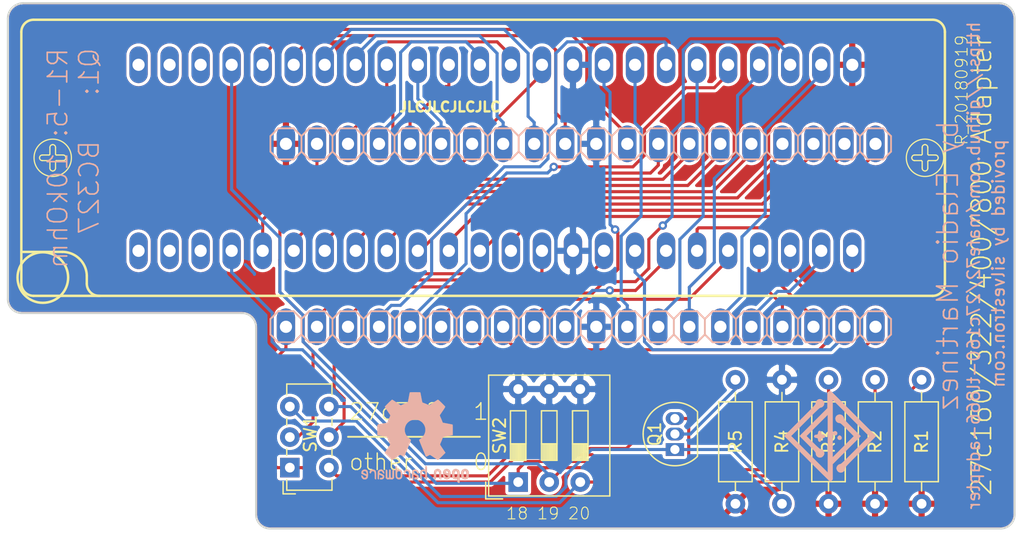
<source format=kicad_pcb>
(kicad_pcb (version 20171130) (host pcbnew "(5.1.4)-1")
  (title_block (date 2018-09-19) (comment 4 R_20180919))
  (layers (0 Top signal) (31 Bottom signal) (34 B.Paste user) (35 F.Paste user) (36 B.SilkS user) (37 F.SilkS user) (38 B.Mask user) (39 F.Mask user) (44 Edge.Cuts user))
  (net 0 "")
  (net 1 GND)
  (net 2 VCC)
  (net 3 /N$4)
  (net 4 /VPP)
  (net 5 /N$1)
  (net 6 /A20)
  (net 7 /A19)
  (net 8 /A18)
  (net 9 /N$2)
  (net 10 /N$6)
  (net 11 /N$5)
  (net 12 /E)
  (net 13 /D15)
  (net 14 /D14)
  (net 15 /D13)
  (net 16 /D12)
  (net 17 /D11)
  (net 18 /D10)
  (net 19 /D9)
  (net 20 /D8)
  (net 21 /D7)
  (net 22 /D6)
  (net 23 /D5)
  (net 24 /D4)
  (net 25 /D3)
  (net 26 /D2)
  (net 27 /D1)
  (net 28 /D0)
  (net 29 /A0)
  (net 30 /A1)
  (net 31 /A2)
  (net 32 /A3)
  (net 33 /A4)
  (net 34 /A5)
  (net 35 /A6)
  (net 36 /A7)
  (net 37 /A8)
  (net 38 /A9)
  (net 39 /A10)
  (net 40 /A11)
  (net 41 /A12)
  (net 42 /A13)
  (net 43 /A14)
  (net 44 /A15)
  (net 45 /A16)
  (net 46 /A17)
  (net 47 "Net-(ZX1-Pad1)")
  (net 48 "Net-(ZX1-Pad2)")
  (net 49 "Net-(ZX1-Pad3)")
  (net 50 "Net-(ZX1-Pad46)")
  (net 51 "Net-(ZX1-Pad47)")
  (net 52 "Net-(ZX1-Pad48)")
  (module Resistor_THT:R_Axial_DIN0207_L6.3mm_D2.5mm_P10.16mm_Horizontal (layer Top) (at 174.498 114.3 270)
    (fp_text reference R3 (at 5.08 0 90) (layer F.SilkS))
    (fp_text value 10k)
    (pad 2 thru_hole oval (at 10.16 0 270) (size 1.6 1.6) (drill 0.8) (layers *.Cu *.Mask) (net 2 VCC))
    (pad 1 thru_hole circle (at 0 0 270) (size 1.6 1.6) (drill 0.8) (layers *.Cu *.Mask) (net 8 /A18))
  )
  (module Package_TO_SOT_THT:TO-92_Inline (layer Top) (at 161.925 120.015 90)
    (fp_text reference Q1 (at 1.27 -1.651 90) (layer F.SilkS))
    (fp_text value BC327)
    (pad 1 thru_hole rect (at 0 0 90) (size 1.05 1.5) (drill 0.75) (layers *.Cu *.Mask) (net 3 /N$4))
    (pad 3 thru_hole oval (at 2.54 0 90) (size 1.05 1.5) (drill 0.75) (layers *.Cu *.Mask) (net 4 /VPP))
    (pad 2 thru_hole oval (at 1.27 0 90) (size 1.05 1.5) (drill 0.75) (layers *.Cu *.Mask) (net 5 /N$1))
  )
  (module Resistor_THT:R_Axial_DIN0207_L6.3mm_D2.5mm_P10.16mm_Horizontal (layer Top) (at 178.308 114.3 270)
    (fp_text reference R2 (at 5.08 0 90) (layer F.SilkS))
    (fp_text value 10k)
    (pad 2 thru_hole oval (at 10.16 0 270) (size 1.6 1.6) (drill 0.8) (layers *.Cu *.Mask) (net 2 VCC))
    (pad 1 thru_hole circle (at 0 0 270) (size 1.6 1.6) (drill 0.8) (layers *.Cu *.Mask) (net 7 /A19))
  )
  (module Resistor_THT:R_Axial_DIN0207_L6.3mm_D2.5mm_P10.16mm_Horizontal (layer Top) (at 182.118 114.3 270)
    (fp_text reference R1 (at 5.08 0 90) (layer F.SilkS))
    (fp_text value 10k)
    (pad 2 thru_hole oval (at 10.16 0 270) (size 1.6 1.6) (drill 0.8) (layers *.Cu *.Mask) (net 2 VCC))
    (pad 1 thru_hole circle (at 0 0 270) (size 1.6 1.6) (drill 0.8) (layers *.Cu *.Mask) (net 6 /A20))
  )
  (module Resistor_THT:R_Axial_DIN0207_L6.3mm_D2.5mm_P10.16mm_Horizontal (layer Top) (at 170.688 124.46 90)
    (fp_text reference R4 (at 5.08 0 90) (layer F.SilkS))
    (fp_text value 10k)
    (pad 2 thru_hole oval (at 10.16 0 90) (size 1.6 1.6) (drill 0.8) (layers *.Cu *.Mask) (net 1 GND))
    (pad 1 thru_hole circle (at 0 0 90) (size 1.6 1.6) (drill 0.8) (layers *.Cu *.Mask) (net 3 /N$4))
  )
  (module Resistor_THT:R_Axial_DIN0207_L6.3mm_D2.5mm_P10.16mm_Horizontal (layer Top) (at 166.878 124.46 90)
    (fp_text reference R5 (at 5.08 0 90) (layer F.SilkS))
    (fp_text value 10k)
    (pad 2 thru_hole oval (at 10.16 0 90) (size 1.6 1.6) (drill 0.8) (layers *.Cu *.Mask) (net 5 /N$1))
    (pad 1 thru_hole circle (at 0 0 90) (size 1.6 1.6) (drill 0.8) (layers *.Cu *.Mask) (net 2 VCC))
  )
  (module Silvestron_Components:logo_silvestron_7.5mm (layer Bottom) (at 174.625 118.9355)
    (fp_text reference G*** hide)
    (fp_text value LOGO hide)
  )
  (module Button_Switch_THT:SW_DIP_SPSTx03_Slide_9.78x9.8mm_W7.62mm_P2.54mm (layer Top) (at 149.098 122.682 90)
    (fp_text reference SW2 (at 3.81 -1.524 90) (layer F.SilkS))
    (fp_text value SW_DIP_x03)
    (pad 6 thru_hole oval (at 7.62 0 90) (size 1.6 1.6) (drill 0.8) (layers *.Cu *.Mask) (net 1 GND))
    (pad 3 thru_hole oval (at 0 5.08 90) (size 1.6 1.6) (drill 0.8) (layers *.Cu *.Mask) (net 6 /A20))
    (pad 5 thru_hole oval (at 7.62 2.54 90) (size 1.6 1.6) (drill 0.8) (layers *.Cu *.Mask) (net 1 GND))
    (pad 2 thru_hole oval (at 0 2.54 90) (size 1.6 1.6) (drill 0.8) (layers *.Cu *.Mask) (net 7 /A19))
    (pad 4 thru_hole oval (at 7.62 5.08 90) (size 1.6 1.6) (drill 0.8) (layers *.Cu *.Mask) (net 1 GND))
    (pad 1 thru_hole rect (at 0 0 90) (size 1.6 1.6) (drill 0.8) (layers *.Cu *.Mask) (net 8 /A18))
  )
  (module Button_Switch_THT:SW_E-Switch_EG1271_DPDT (layer Top) (at 130.404 121.499 90)
    (fp_text reference SW1 (at 2.754 1.676 90) (layer F.SilkS))
    (fp_text value MS22D16)
    (pad 6 thru_hole circle (at 5 3.2 90) (size 1.6 1.6) (drill 0.8) (layers *.Cu *.Mask) (net 3 /N$4))
    (pad 5 thru_hole circle (at 2.5 3.2 90) (size 1.6 1.6) (drill 0.8) (layers *.Cu *.Mask) (net 10 /N$6))
    (pad 4 thru_hole circle (at 0 3.2 90) (size 1.6 1.6) (drill 0.8) (layers *.Cu *.Mask) (net 11 /N$5))
    (pad 3 thru_hole circle (at 5 0 90) (size 1.6 1.6) (drill 0.8) (layers *.Cu *.Mask) (net 6 /A20))
    (pad 2 thru_hole circle (at 2.5 0 90) (size 1.6 1.6) (drill 0.8) (layers *.Cu *.Mask) (net 9 /N$2))
    (pad 1 thru_hole rect (at 0 0 90) (size 1.6 1.6) (drill 0.8) (layers *.Cu *.Mask) (net 4 /VPP))
  )
  (module 27C4002 (layer Top) (at 152.946 102.464)
    (fp_text reference U1 hide)
    (fp_text value 27C4002 hide)
    (pad 1 thru_hole oval (at -22.86 7.495 90) (size 3 1.5) (drill 1) (layers *.Cu *.Mask) (net 4 /VPP))
    (pad 2 thru_hole oval (at -20.32 7.495 90) (size 3 1.5) (drill 1) (layers *.Cu *.Mask) (net 12 /E))
    (pad 3 thru_hole oval (at -17.78 7.495 90) (size 3 1.5) (drill 1) (layers *.Cu *.Mask) (net 13 /D15))
    (pad 4 thru_hole oval (at -15.24 7.495 90) (size 3 1.5) (drill 1) (layers *.Cu *.Mask) (net 14 /D14))
    (pad 5 thru_hole oval (at -12.7 7.495 90) (size 3 1.5) (drill 1) (layers *.Cu *.Mask) (net 15 /D13))
    (pad 6 thru_hole oval (at -10.16 7.495 90) (size 3 1.5) (drill 1) (layers *.Cu *.Mask) (net 16 /D12))
    (pad 7 thru_hole oval (at -7.62 7.495 90) (size 3 1.5) (drill 1) (layers *.Cu *.Mask) (net 17 /D11))
    (pad 8 thru_hole oval (at -5.08 7.495 90) (size 3 1.5) (drill 1) (layers *.Cu *.Mask) (net 18 /D10))
    (pad 9 thru_hole oval (at -2.54 7.495 90) (size 3 1.5) (drill 1) (layers *.Cu *.Mask) (net 19 /D9))
    (pad 10 thru_hole oval (at 0 7.495 90) (size 3 1.5) (drill 1) (layers *.Cu *.Mask) (net 20 /D8))
    (pad 11 thru_hole oval (at 2.54 7.495 90) (size 3 1.5) (drill 1) (layers *.Cu *.Mask) (net 1 GND))
    (pad 12 thru_hole oval (at 5.08 7.495 90) (size 3 1.5) (drill 1) (layers *.Cu *.Mask) (net 21 /D7))
    (pad 13 thru_hole oval (at 7.62 7.495 90) (size 3 1.5) (drill 1) (layers *.Cu *.Mask) (net 22 /D6))
    (pad 14 thru_hole oval (at 10.16 7.495 90) (size 3 1.5) (drill 1) (layers *.Cu *.Mask) (net 23 /D5))
    (pad 15 thru_hole oval (at 12.7 7.495 90) (size 3 1.5) (drill 1) (layers *.Cu *.Mask) (net 24 /D4))
    (pad 16 thru_hole oval (at 15.24 7.495 90) (size 3 1.5) (drill 1) (layers *.Cu *.Mask) (net 25 /D3))
    (pad 17 thru_hole oval (at 17.78 7.495 90) (size 3 1.5) (drill 1) (layers *.Cu *.Mask) (net 26 /D2))
    (pad 18 thru_hole oval (at 20.32 7.495 90) (size 3 1.5) (drill 1) (layers *.Cu *.Mask) (net 27 /D1))
    (pad 19 thru_hole oval (at 22.86 7.495 90) (size 3 1.5) (drill 1) (layers *.Cu *.Mask) (net 28 /D0))
    (pad 20 thru_hole oval (at 25.4 7.495 90) (size 3 1.5) (drill 1) (layers *.Cu *.Mask) (net 11 /N$5))
    (pad 21 thru_hole oval (at 25.4 -7.495 90) (size 3 1.5) (drill 1) (layers *.Cu *.Mask) (net 29 /A0))
    (pad 22 thru_hole oval (at 22.86 -7.495 270) (size 3 1.5) (drill 1) (layers *.Cu *.Mask) (net 30 /A1))
    (pad 23 thru_hole oval (at 20.32 -7.495 270) (size 3 1.5) (drill 1) (layers *.Cu *.Mask) (net 31 /A2))
    (pad 24 thru_hole oval (at 17.78 -7.495 270) (size 3 1.5) (drill 1) (layers *.Cu *.Mask) (net 32 /A3))
    (pad 25 thru_hole oval (at 15.24 -7.495 270) (size 3 1.5) (drill 1) (layers *.Cu *.Mask) (net 33 /A4))
    (pad 26 thru_hole oval (at 12.7 -7.495 270) (size 3 1.5) (drill 1) (layers *.Cu *.Mask) (net 34 /A5))
    (pad 27 thru_hole oval (at 10.16 -7.495 270) (size 3 1.5) (drill 1) (layers *.Cu *.Mask) (net 35 /A6))
    (pad 28 thru_hole oval (at 7.62 -7.495 270) (size 3 1.5) (drill 1) (layers *.Cu *.Mask) (net 36 /A7))
    (pad 29 thru_hole oval (at 5.08 -7.495 270) (size 3 1.5) (drill 1) (layers *.Cu *.Mask) (net 37 /A8))
    (pad 30 thru_hole oval (at 2.54 -7.495 270) (size 3 1.5) (drill 1) (layers *.Cu *.Mask) (net 1 GND))
    (pad 31 thru_hole oval (at 0 -7.495 270) (size 3 1.5) (drill 1) (layers *.Cu *.Mask) (net 38 /A9))
    (pad 32 thru_hole oval (at -2.54 -7.495 270) (size 3 1.5) (drill 1) (layers *.Cu *.Mask) (net 39 /A10))
    (pad 33 thru_hole oval (at -5.08 -7.495 270) (size 3 1.5) (drill 1) (layers *.Cu *.Mask) (net 40 /A11))
    (pad 34 thru_hole oval (at -7.62 -7.495 270) (size 3 1.5) (drill 1) (layers *.Cu *.Mask) (net 41 /A12))
    (pad 35 thru_hole oval (at -10.16 -7.495 270) (size 3 1.5) (drill 1) (layers *.Cu *.Mask) (net 42 /A13))
    (pad 36 thru_hole oval (at -12.7 -7.495 90) (size 3 1.5) (drill 1) (layers *.Cu *.Mask) (net 43 /A14))
    (pad 37 thru_hole oval (at -15.24 -7.495 270) (size 3 1.5) (drill 1) (layers *.Cu *.Mask) (net 44 /A15))
    (pad 38 thru_hole oval (at -17.78 -7.495 270) (size 3 1.5) (drill 1) (layers *.Cu *.Mask) (net 45 /A16))
    (pad 39 thru_hole oval (at -20.32 -7.495 270) (size 3 1.5) (drill 1) (layers *.Cu *.Mask) (net 46 /A17))
    (pad 40 thru_hole oval (at -22.86 -7.495 270) (size 3 1.5) (drill 1) (layers *.Cu *.Mask) (net 2 VCC))
  )
  (module 3M_248-3345 (layer Top) (at 150.406 96.1136)
    (fp_text reference ZX1 hide)
    (fp_text value 3M_248-3345 hide)
    (pad 1 thru_hole oval (at -32.385 7.62 90) (size 3 1.5) (drill 1) (layers *.Cu *.Mask) (net 47 "Net-(ZX1-Pad1)"))
    (pad 2 thru_hole oval (at -29.845 7.62 90) (size 3 1.5) (drill 1) (layers *.Cu *.Mask) (net 48 "Net-(ZX1-Pad2)"))
    (pad 3 thru_hole oval (at -27.305 7.62 90) (size 3 1.5) (drill 1) (layers *.Cu *.Mask) (net 49 "Net-(ZX1-Pad3)"))
    (pad 4 thru_hole oval (at -24.765 7.62 90) (size 3 1.5) (drill 1) (layers *.Cu *.Mask) (net 8 /A18))
    (pad 5 thru_hole oval (at -22.225 7.62 90) (size 3 1.5) (drill 1) (layers *.Cu *.Mask) (net 46 /A17))
    (pad 6 thru_hole oval (at -19.685 7.62 90) (size 3 1.5) (drill 1) (layers *.Cu *.Mask) (net 36 /A7))
    (pad 7 thru_hole oval (at -17.145 7.62 90) (size 3 1.5) (drill 1) (layers *.Cu *.Mask) (net 35 /A6))
    (pad 8 thru_hole oval (at -14.605 7.62 90) (size 3 1.5) (drill 1) (layers *.Cu *.Mask) (net 34 /A5))
    (pad 9 thru_hole oval (at -12.065 7.62 90) (size 3 1.5) (drill 1) (layers *.Cu *.Mask) (net 33 /A4))
    (pad 10 thru_hole oval (at -9.525 7.62 90) (size 3 1.5) (drill 1) (layers *.Cu *.Mask) (net 32 /A3))
    (pad 11 thru_hole oval (at -6.985 7.62 90) (size 3 1.5) (drill 1) (layers *.Cu *.Mask) (net 31 /A2))
    (pad 12 thru_hole oval (at -4.445 7.62 90) (size 3 1.5) (drill 1) (layers *.Cu *.Mask) (net 30 /A1))
    (pad 13 thru_hole oval (at -1.905 7.62 90) (size 3 1.5) (drill 1) (layers *.Cu *.Mask) (net 29 /A0))
    (pad 14 thru_hole oval (at 0.635 7.62 90) (size 3 1.5) (drill 1) (layers *.Cu *.Mask) (net 12 /E))
    (pad 15 thru_hole oval (at 3.175 7.62 90) (size 3 1.5) (drill 1) (layers *.Cu *.Mask) (net 1 GND))
    (pad 16 thru_hole oval (at 5.715 7.62 90) (size 3 1.5) (drill 1) (layers *.Cu *.Mask) (net 10 /N$6))
    (pad 17 thru_hole oval (at 8.255 7.62 90) (size 3 1.5) (drill 1) (layers *.Cu *.Mask) (net 28 /D0))
    (pad 18 thru_hole oval (at 10.795 7.62 90) (size 3 1.5) (drill 1) (layers *.Cu *.Mask) (net 20 /D8))
    (pad 19 thru_hole oval (at 13.335 7.62 90) (size 3 1.5) (drill 1) (layers *.Cu *.Mask) (net 27 /D1))
    (pad 20 thru_hole oval (at 15.875 7.62 90) (size 3 1.5) (drill 1) (layers *.Cu *.Mask) (net 19 /D9))
    (pad 21 thru_hole oval (at 18.415 7.62 90) (size 3 1.5) (drill 1) (layers *.Cu *.Mask) (net 26 /D2))
    (pad 22 thru_hole oval (at 20.955 7.62 90) (size 3 1.5) (drill 1) (layers *.Cu *.Mask) (net 18 /D10))
    (pad 23 thru_hole oval (at 23.495 7.62 90) (size 3 1.5) (drill 1) (layers *.Cu *.Mask) (net 25 /D3))
    (pad 24 thru_hole oval (at 26.035 7.62 90) (size 3 1.5) (drill 1) (layers *.Cu *.Mask) (net 17 /D11))
    (pad 25 thru_hole oval (at 26.035 -7.62 90) (size 3 1.5) (drill 1) (layers *.Cu *.Mask) (net 2 VCC))
    (pad 26 thru_hole oval (at 23.495 -7.62 90) (size 3 1.5) (drill 1) (layers *.Cu *.Mask) (net 24 /D4))
    (pad 27 thru_hole oval (at 20.955 -7.62 90) (size 3 1.5) (drill 1) (layers *.Cu *.Mask) (net 16 /D12))
    (pad 28 thru_hole oval (at 18.415 -7.62 90) (size 3 1.5) (drill 1) (layers *.Cu *.Mask) (net 23 /D5))
    (pad 29 thru_hole oval (at 15.875 -7.62 90) (size 3 1.5) (drill 1) (layers *.Cu *.Mask) (net 15 /D13))
    (pad 30 thru_hole oval (at 13.335 -7.62 90) (size 3 1.5) (drill 1) (layers *.Cu *.Mask) (net 22 /D6))
    (pad 31 thru_hole oval (at 10.795 -7.62 90) (size 3 1.5) (drill 1) (layers *.Cu *.Mask) (net 14 /D14))
    (pad 32 thru_hole oval (at 8.255 -7.62 90) (size 3 1.5) (drill 1) (layers *.Cu *.Mask) (net 21 /D7))
    (pad 33 thru_hole oval (at 5.715 -7.62 90) (size 3 1.5) (drill 1) (layers *.Cu *.Mask) (net 13 /D15))
    (pad 34 thru_hole oval (at 3.175 -7.62 90) (size 3 1.5) (drill 1) (layers *.Cu *.Mask) (net 1 GND))
    (pad 35 thru_hole oval (at 0.635 -7.62 90) (size 3 1.5) (drill 1) (layers *.Cu *.Mask) (net 9 /N$2))
    (pad 36 thru_hole oval (at -1.905 -7.62 90) (size 3 1.5) (drill 1) (layers *.Cu *.Mask) (net 45 /A16))
    (pad 37 thru_hole oval (at -4.445 -7.62 90) (size 3 1.5) (drill 1) (layers *.Cu *.Mask) (net 44 /A15))
    (pad 38 thru_hole oval (at -6.985 -7.62 90) (size 3 1.5) (drill 1) (layers *.Cu *.Mask) (net 43 /A14))
    (pad 39 thru_hole oval (at -9.525 -7.62 90) (size 3 1.5) (drill 1) (layers *.Cu *.Mask) (net 42 /A13))
    (pad 40 thru_hole oval (at -12.065 -7.62 90) (size 3 1.5) (drill 1) (layers *.Cu *.Mask) (net 41 /A12))
    (pad 41 thru_hole oval (at -14.605 -7.62 90) (size 3 1.5) (drill 1) (layers *.Cu *.Mask) (net 40 /A11))
    (pad 42 thru_hole oval (at -17.145 -7.62 90) (size 3 1.5) (drill 1) (layers *.Cu *.Mask) (net 39 /A10))
    (pad 43 thru_hole oval (at -19.685 -7.62 90) (size 3 1.5) (drill 1) (layers *.Cu *.Mask) (net 38 /A9))
    (pad 44 thru_hole oval (at -22.225 -7.62 90) (size 3 1.5) (drill 1) (layers *.Cu *.Mask) (net 37 /A8))
    (pad 45 thru_hole oval (at -24.765 -7.62 90) (size 3 1.5) (drill 1) (layers *.Cu *.Mask) (net 7 /A19))
    (pad 46 thru_hole oval (at -27.305 -7.62 90) (size 3 1.5) (drill 1) (layers *.Cu *.Mask) (net 50 "Net-(ZX1-Pad46)"))
    (pad 47 thru_hole oval (at -29.845 -7.62 90) (size 3 1.5) (drill 1) (layers *.Cu *.Mask) (net 51 "Net-(ZX1-Pad47)"))
    (pad 48 thru_hole oval (at -32.385 -7.62 90) (size 3 1.5) (drill 1) (layers *.Cu *.Mask) (net 52 "Net-(ZX1-Pad48)"))
  )
  (module Symbol:OSHW-Logo2_9.8x8mm_SilkScreen (layer Bottom) (at 140.65504 119.02948 180)
    (fp_text reference REF01 hide)
    (fp_text value OSHW-Logo2_9.8x8mm_SilkScreen hide)
  )
  (gr_text JLCJLCJLCJLC (at 143.51 91.948) (layer F.SilkS) (effects (font (size 0.8 0.8) (thickness 0.2))))
  (gr_text "provided by silvestron.com" (at 188.4045 104.775 90) (layer B.SilkS) (effects (font (size 1 1)) (justify mirror)))
  (gr_text R_20180919 (at 185.96356 95.15077 90) (layer F.SilkS) (effects (font (size 0.9652 0.9652) (thickness 0.08128)) (justify left bottom)))
  (gr_arc (start 108.585 84.709) (end 107.315 84.709) (angle 90) (layer Edge.Cuts) (width 0.15))
  (gr_line (start 107.315 107.696) (end 107.315 84.709) (layer Edge.Cuts) (width 0.15))
  (gr_arc (start 188.595 125.349) (end 189.738 125.349) (angle 90) (layer Edge.Cuts) (width 0.15))
  (gr_arc (start 108.458 107.696) (end 108.458 108.839) (angle 90) (layer Edge.Cuts) (width 0.15))
  (gr_line (start 126.492 108.839) (end 108.458 108.839) (layer Edge.Cuts) (width 0.15))
  (gr_arc (start 126.492 109.982) (end 126.492 108.839) (angle 90) (layer Edge.Cuts) (width 0.15))
  (gr_line (start 127.635 125.349) (end 127.635 109.982) (layer Edge.Cuts) (width 0.15))
  (gr_arc (start 128.778 125.349) (end 128.778 126.492) (angle 90) (layer Edge.Cuts) (width 0.15))
  (gr_line (start 188.595 126.492) (end 128.778 126.492) (layer Edge.Cuts) (width 0.15))
  (gr_line (start 189.738 84.709) (end 189.738 125.349) (layer Edge.Cuts) (width 0.15))
  (gr_arc (start 188.468 84.709) (end 188.468 83.439) (angle 90) (layer Edge.Cuts) (width 0.15))
  (gr_line (start 108.585 83.439) (end 188.468 83.439) (layer Edge.Cuts) (width 0.15))
  (gr_text "27c160/322/400/800 Adapter" (at 187.96 123.916004 90) (layer F.SilkS) (effects (font (size 1.59258 1.59258) (thickness 0.134112)) (justify left bottom)))
  (gr_text 18 (at 149.987 124.6886) (layer F.SilkS) (effects (font (size 0.9652 0.9652) (thickness 0.08128)) (justify right top)))
  (gr_text 19 (at 152.527 124.6886) (layer F.SilkS) (effects (font (size 0.9652 0.9652) (thickness 0.08128)) (justify right top)))
  (gr_text 20 (at 155.067 124.6886) (layer F.SilkS) (effects (font (size 0.9652 0.9652) (thickness 0.08128)) (justify right top)))
  (gr_line (start 135.1661 118.9736) (end 145.9611 118.9736) (layer F.SilkS) (width 0.15))
  (gr_text 27c322 (at 135.1661 117.7036) (layer F.SilkS) (effects (font (size 1.35128 1.35128) (thickness 0.113792)) (justify left bottom)))
  (gr_text other (at 135.1661 120.2436) (layer F.SilkS) (effects (font (size 1.35128 1.35128) (thickness 0.113792)) (justify left top)))
  (gr_text 1 (at 145.3261 117.7036) (layer F.SilkS) (effects (font (size 1.35128 1.35128) (thickness 0.113792)) (justify left bottom)))
  (gr_text 0 (at 145.3261 120.2436) (layer F.SilkS) (effects (font (size 1.35128 1.35128) (thickness 0.113792)) (justify left top)))
  (gr_text "R1-5: 10kOhm\nQ1:   BC327" (at 114.90452 87.009405 90) (layer B.SilkS) (effects (font (size 1.59258 1.59258) (thickness 0.134112)) (justify left bottom mirror)))
  (gr_text https://github.com/mafe72/27c160-tl866-adapter (at 185.801 125.01281 90) (layer B.SilkS) (effects (font (size 1 1) (thickness 0.14224)) (justify right top mirror)))
  (gr_text "by Eladio Martinez" (at 183.27116 116.940753 90) (layer B.SilkS) (effects (font (size 1.6891 1.6891) (thickness 0.14224)) (justify right top mirror)))
  (segment (start 127.508 105.6006) (end 126.77201 104.86461) (width 0.254) (layer Bottom) (net 0))
  (segment (start 127.508 105.664) (end 127.508 105.6006) (width 0.254) (layer Bottom) (net 0))
  (segment (start 176.441 88.4936) (end 176.441 88.8043) (width 0.25) (layer Bottom) (net 2))
  (segment (start 166.624 120.015) (end 161.925 120.015) (width 0.254) (layer Bottom) (net 3))
  (segment (start 170.688 124.079) (end 166.624 120.015) (width 0.254) (layer Bottom) (net 3))
  (segment (start 160.921 120.015) (end 161.925 120.015) (width 0.254) (layer Bottom) (net 3))
  (segment (start 155.097118 120.015) (end 160.921 120.015) (width 0.254) (layer Bottom) (net 3))
  (segment (start 152.996999 122.115119) (end 155.097118 120.015) (width 0.254) (layer Bottom) (net 3))
  (segment (start 152.996999 123.070883) (end 152.996999 122.115119) (width 0.254) (layer Bottom) (net 3))
  (segment (start 152.204881 123.863001) (end 152.996999 123.070883) (width 0.254) (layer Bottom) (net 3))
  (segment (start 142.743644 123.863001) (end 152.204881 123.863001) (width 0.254) (layer Bottom) (net 3))
  (segment (start 135.379643 116.499) (end 142.743644 123.863001) (width 0.254) (layer Bottom) (net 3))
  (segment (start 133.604 116.499) (end 135.379643 116.499) (width 0.254) (layer Bottom) (net 3))
  (segment (start 162.929 117.475) (end 161.925 117.475) (width 0.254) (layer Top) (net 4))
  (segment (start 163.05601 117.60201) (end 162.929 117.475) (width 0.254) (layer Top) (net 4))
  (segment (start 163.05601 120.844792) (end 163.05601 117.60201) (width 0.254) (layer Top) (net 4))
  (segment (start 162.742832 121.15797) (end 163.05601 120.844792) (width 0.254) (layer Top) (net 4))
  (segment (start 155.868838 121.15797) (end 162.742832 121.15797) (width 0.254) (layer Top) (net 4))
  (segment (start 146.814197 122.680001) (end 149.054632 120.439566) (width 0.254) (layer Top) (net 4))
  (segment (start 132.639001 122.680001) (end 146.814197 122.680001) (width 0.254) (layer Top) (net 4))
  (segment (start 131.458 121.499) (end 132.639001 122.680001) (width 0.254) (layer Top) (net 4))
  (segment (start 130.404 121.499) (end 131.458 121.499) (width 0.254) (layer Top) (net 4))
  (segment (start 149.054632 120.439566) (end 155.150434 120.439566) (width 0.254) (layer Top) (net 4))
  (segment (start 155.150434 120.439566) (end 155.868838 121.15797) (width 0.254) (layer Top) (net 4))
  (segment (start 129.35 121.499) (end 130.404 121.499) (width 0.254) (layer Top) (net 4))
  (segment (start 129.222999 121.371999) (end 129.35 121.499) (width 0.254) (layer Top) (net 4))
  (segment (start 129.222999 112.576001) (end 129.222999 121.371999) (width 0.254) (layer Top) (net 4))
  (segment (start 130.086 111.713) (end 129.222999 112.576001) (width 0.254) (layer Top) (net 4))
  (segment (start 130.086 109.959) (end 130.086 111.713) (width 0.254) (layer Top) (net 4))
  (segment (start 162.929 118.745) (end 161.925 118.745) (width 0.254) (layer Bottom) (net 5))
  (segment (start 163.18337 118.745) (end 162.929 118.745) (width 0.254) (layer Bottom) (net 5))
  (segment (start 166.878 115.05037) (end 163.18337 118.745) (width 0.254) (layer Bottom) (net 5))
  (segment (start 166.878 113.919) (end 166.878 115.05037) (width 0.254) (layer Bottom) (net 5))
  (segment (start 153.378001 123.481999) (end 154.178 122.682) (width 0.254) (layer Bottom) (net 6))
  (segment (start 152.488989 124.371011) (end 153.378001 123.481999) (width 0.254) (layer Bottom) (net 6))
  (segment (start 142.53322 124.371011) (end 152.488989 124.371011) (width 0.254) (layer Bottom) (net 6))
  (segment (start 135.84221 117.680001) (end 142.53322 124.371011) (width 0.254) (layer Bottom) (net 6))
  (segment (start 131.585001 117.680001) (end 135.84221 117.680001) (width 0.254) (layer Bottom) (net 6))
  (segment (start 130.404 116.499) (end 131.585001 117.680001) (width 0.254) (layer Bottom) (net 6))
  (segment (start 173.736 122.682) (end 182.118 114.3) (width 0.254) (layer Top) (net 6))
  (segment (start 154.178 122.682) (end 173.736 122.682) (width 0.254) (layer Top) (net 6))
  (segment (start 150.68539 121.18379) (end 151.676 122.1744) (width 0.254) (layer Bottom) (net 7))
  (segment (start 141.501301 121.18379) (end 150.68539 121.18379) (width 0.254) (layer Bottom) (net 7))
  (segment (start 131.49499 109.018501) (end 131.49499 111.177479) (width 0.254) (layer Bottom) (net 7))
  (segment (start 131.49499 111.177479) (end 141.501301 121.18379) (width 0.254) (layer Bottom) (net 7))
  (segment (start 129.58999 107.113501) (end 131.49499 109.018501) (width 0.254) (layer Bottom) (net 7))
  (segment (start 129.58999 102.66599) (end 129.58999 107.113501) (width 0.254) (layer Bottom) (net 7))
  (segment (start 125.641 98.717) (end 129.58999 102.66599) (width 0.254) (layer Bottom) (net 7))
  (segment (start 151.676 122.1744) (end 151.676 122.784) (width 0.254) (layer Bottom) (net 7))
  (segment (start 125.641 88.4936) (end 125.641 98.717) (width 0.254) (layer Bottom) (net 7))
  (segment (start 178.308 117.391566) (end 178.308 116.586) (width 0.254) (layer Top) (net 7))
  (segment (start 173.525576 122.17399) (end 178.308 117.391566) (width 0.254) (layer Top) (net 7))
  (segment (start 178.308 116.586) (end 178.308 113.919) (width 0.254) (layer Top) (net 7))
  (segment (start 178.308 117.010566) (end 178.308 116.586) (width 0.254) (layer Top) (net 7))
  (segment (start 151.638 122.682) (end 152.819001 121.500999) (width 0.254) (layer Top) (net 7))
  (segment (start 152.819001 121.500999) (end 154.774999 121.500999) (width 0.254) (layer Top) (net 7))
  (segment (start 154.774999 121.500999) (end 155.44799 122.17399) (width 0.254) (layer Top) (net 7))
  (segment (start 155.44799 122.17399) (end 173.525576 122.17399) (width 0.254) (layer Top) (net 7))
  (segment (start 148.2724 122.784) (end 149.136 122.784) (width 0.254) (layer Bottom) (net 8))
  (segment (start 142.383077 122.784) (end 148.2724 122.784) (width 0.254) (layer Bottom) (net 8))
  (segment (start 131.439087 111.84001) (end 142.383077 122.784) (width 0.254) (layer Bottom) (net 8))
  (segment (start 129.617521 111.84001) (end 131.439087 111.84001) (width 0.254) (layer Bottom) (net 8))
  (segment (start 128.95499 111.177479) (end 129.617521 111.84001) (width 0.254) (layer Bottom) (net 8))
  (segment (start 128.95499 108.80159) (end 128.95499 111.177479) (width 0.254) (layer Bottom) (net 8))
  (segment (start 125.641 105.4876) (end 128.95499 108.80159) (width 0.254) (layer Bottom) (net 8))
  (segment (start 125.641 103.7336) (end 125.641 105.4876) (width 0.254) (layer Bottom) (net 8))
  (segment (start 174.498 118.237) (end 174.498 113.919) (width 0.254) (layer Top) (net 8))
  (segment (start 174.498 118.578132) (end 174.498 118.237) (width 0.254) (layer Top) (net 8))
  (segment (start 174.498 120.483132) (end 174.498 119.888) (width 0.254) (layer Top) (net 8))
  (segment (start 173.315152 121.66598) (end 174.498 120.483132) (width 0.254) (layer Top) (net 8))
  (segment (start 155.658414 121.66598) (end 173.315152 121.66598) (width 0.254) (layer Top) (net 8))
  (segment (start 174.498 119.888) (end 174.498 120.102132) (width 0.254) (layer Top) (net 8))
  (segment (start 174.498 118.237) (end 174.498 119.888) (width 0.254) (layer Top) (net 8))
  (segment (start 149.098 122.682) (end 149.098 121.628) (width 0.254) (layer Top) (net 8))
  (segment (start 149.098 121.628) (end 149.733011 120.992989) (width 0.254) (layer Top) (net 8))
  (segment (start 149.733011 120.992989) (end 154.985423 120.992989) (width 0.254) (layer Top) (net 8))
  (segment (start 154.985423 120.992989) (end 155.658414 121.66598) (width 0.254) (layer Top) (net 8))
  (segment (start 151.041 89.2436) (end 151.041 88.4936) (width 0.254) (layer Top) (net 9))
  (segment (start 146.73499 93.54961) (end 151.041 89.2436) (width 0.254) (layer Top) (net 9))
  (segment (start 146.73499 95.909499) (end 146.73499 93.54961) (width 0.254) (layer Top) (net 9))
  (segment (start 145.286469 97.35802) (end 146.73499 95.909499) (width 0.254) (layer Top) (net 9))
  (segment (start 132.730286 97.35802) (end 145.286469 97.35802) (width 0.254) (layer Top) (net 9))
  (segment (start 129.58999 100.498316) (end 132.730286 97.35802) (width 0.254) (layer Top) (net 9))
  (segment (start 131.086 118.974) (end 132.305201 117.754799) (width 0.254) (layer Top) (net 9))
  (segment (start 132.305201 117.754799) (end 132.305201 111.98769) (width 0.254) (layer Top) (net 9))
  (segment (start 132.305201 111.98769) (end 131.49499 111.177479) (width 0.254) (layer Top) (net 9))
  (segment (start 131.49499 109.018501) (end 131.49499 110.73049) (width 0.254) (layer Top) (net 9))
  (segment (start 129.58999 104.47101) (end 129.58999 107.113501) (width 0.254) (layer Top) (net 9))
  (segment (start 129.58999 104.952079) (end 129.58999 104.47101) (width 0.254) (layer Top) (net 9))
  (segment (start 129.58999 107.113501) (end 131.49499 109.018501) (width 0.254) (layer Top) (net 9))
  (segment (start 129.58999 104.47101) (end 129.58999 100.498316) (width 0.254) (layer Top) (net 9))
  (segment (start 131.49499 111.177479) (end 131.49499 110.73049) (width 0.254) (layer Top) (net 9))
  (segment (start 134.464199 118.135801) (end 133.626 118.974) (width 0.254) (layer Top) (net 10))
  (segment (start 134.845201 117.754799) (end 134.464199 118.135801) (width 0.254) (layer Top) (net 10))
  (segment (start 134.845201 115.848783) (end 134.845201 117.754799) (width 0.254) (layer Top) (net 10))
  (segment (start 134.03499 108.740521) (end 134.03499 115.038572) (width 0.254) (layer Top) (net 10))
  (segment (start 134.03499 115.038572) (end 134.845201 115.848783) (width 0.254) (layer Top) (net 10))
  (segment (start 136.652891 106.12262) (end 134.03499 108.740521) (width 0.254) (layer Top) (net 10))
  (segment (start 154.48198 106.12262) (end 136.652891 106.12262) (width 0.254) (layer Top) (net 10))
  (segment (start 156.121 104.4836) (end 154.48198 106.12262) (width 0.254) (layer Top) (net 10))
  (segment (start 156.121 103.7336) (end 156.121 104.4836) (width 0.254) (layer Top) (net 10))
  (segment (start 178.346 110.709) (end 178.346 109.959) (width 0.254) (layer Top) (net 11))
  (segment (start 176.198971 112.856029) (end 178.346 110.709) (width 0.254) (layer Top) (net 11))
  (segment (start 165.037679 112.85603) (end 176.198971 112.856029) (width 0.254) (layer Top) (net 11))
  (segment (start 133.604 121.499) (end 133.604 121.539) (width 0.254) (layer Top) (net 11))
  (segment (start 133.604 121.539) (end 134.236991 122.171991) (width 0.254) (layer Top) (net 11))
  (segment (start 134.236991 122.171991) (end 146.603773 122.171991) (width 0.254) (layer Top) (net 11))
  (segment (start 146.603773 122.171991) (end 148.844208 119.931556) (width 0.254) (layer Top) (net 11))
  (segment (start 148.844208 119.931556) (end 157.962153 119.931556) (width 0.254) (layer Top) (net 11))
  (segment (start 157.962153 119.931556) (end 165.037679 112.85603) (width 0.254) (layer Top) (net 11))
  (segment (start 132.626 109.209) (end 132.626 109.959) (width 0.254) (layer Top) (net 12))
  (segment (start 136.22039 105.61461) (end 132.626 109.209) (width 0.254) (layer Top) (net 12))
  (segment (start 150.91399 105.61461) (end 136.22039 105.61461) (width 0.254) (layer Top) (net 12))
  (segment (start 151.041 105.4876) (end 150.91399 105.61461) (width 0.254) (layer Top) (net 12))
  (segment (start 151.041 103.7336) (end 151.041 105.4876) (width 0.254) (layer Top) (net 12))
  (via (at 157.030534 101.990177) (size 0.6858) (drill 0.3302) (layers Top Bottom) (net 13))
  (segment (start 156.61701 101.576653) (end 157.030534 101.990177) (width 0.254) (layer Bottom) (net 13))
  (segment (start 156.61701 90.74361) (end 156.61701 101.576653) (width 0.254) (layer Bottom) (net 13))
  (segment (start 156.121 88.4936) (end 156.121 90.2476) (width 0.254) (layer Bottom) (net 13))
  (segment (start 156.121 90.2476) (end 156.61701 90.74361) (width 0.254) (layer Bottom) (net 13))
  (segment (start 135.166 109.209) (end 135.166 109.959) (width 0.254) (layer Top) (net 13))
  (segment (start 137.684715 106.690285) (end 135.166 109.209) (width 0.254) (layer Top) (net 13))
  (segment (start 154.632749 106.690285) (end 137.684715 106.690285) (width 0.254) (layer Top) (net 13))
  (segment (start 155.572544 105.75049) (end 154.632749 106.690285) (width 0.254) (layer Top) (net 13))
  (segment (start 156.75851 105.75049) (end 155.572544 105.75049) (width 0.254) (layer Top) (net 13))
  (segment (start 157.25201 105.25699) (end 156.75851 105.75049) (width 0.254) (layer Top) (net 13))
  (segment (start 157.25201 102.211653) (end 157.25201 105.25699) (width 0.254) (layer Top) (net 13))
  (segment (start 157.030534 101.990177) (end 157.25201 102.211653) (width 0.254) (layer Top) (net 13))
  (segment (start 139.46 108.205) (end 138.71 108.205) (width 0.254) (layer Bottom) (net 14))
  (segment (start 137.706 109.209) (end 137.706 109.959) (width 0.254) (layer Bottom) (net 14))
  (segment (start 142.01201 102.793101) (end 142.01201 105.65299) (width 0.254) (layer Bottom) (net 14))
  (segment (start 147.9551 96.850011) (end 142.01201 102.793101) (width 0.254) (layer Bottom) (net 14))
  (segment (start 151.53701 96.187479) (end 150.874479 96.85001) (width 0.254) (layer Bottom) (net 14))
  (segment (start 138.71 108.205) (end 137.706 109.209) (width 0.254) (layer Bottom) (net 14))
  (segment (start 151.53701 93.95399) (end 151.53701 96.187479) (width 0.254) (layer Bottom) (net 14))
  (segment (start 152.17201 93.31899) (end 151.53701 93.95399) (width 0.254) (layer Bottom) (net 14))
  (segment (start 152.17201 87.553101) (end 152.17201 93.31899) (width 0.254) (layer Bottom) (net 14))
  (segment (start 153.112521 86.61259) (end 152.17201 87.553101) (width 0.254) (layer Bottom) (net 14))
  (segment (start 161.07399 86.61259) (end 153.112521 86.61259) (width 0.254) (layer Bottom) (net 14))
  (segment (start 142.01201 105.65299) (end 139.46 108.205) (width 0.254) (layer Bottom) (net 14))
  (segment (start 161.201 86.7396) (end 161.07399 86.61259) (width 0.254) (layer Bottom) (net 14))
  (segment (start 150.874479 96.85001) (end 147.9551 96.850011) (width 0.254) (layer Bottom) (net 14))
  (segment (start 161.201 88.4936) (end 161.201 86.7396) (width 0.254) (layer Bottom) (net 14))
  (segment (start 144.82999 104.78851) (end 144.82999 100.693555) (width 0.254) (layer Bottom) (net 15))
  (segment (start 140.246 109.959) (end 140.246 109.3725) (width 0.254) (layer Bottom) (net 15))
  (segment (start 140.246 109.3725) (end 144.82999 104.78851) (width 0.254) (layer Bottom) (net 15))
  (segment (start 144.82999 100.693555) (end 148.165525 97.35802) (width 0.254) (layer Bottom) (net 15))
  (via (at 152.007618 96.856632) (size 0.6858) (drill 0.3302) (layers Top Bottom) (net 15))
  (segment (start 148.165525 97.35802) (end 151.50623 97.35802) (width 0.254) (layer Bottom) (net 15))
  (segment (start 151.50623 97.35802) (end 152.007618 96.856632) (width 0.254) (layer Bottom) (net 15))
  (segment (start 165.14999 90.37461) (end 166.281 89.2436) (width 0.254) (layer Top) (net 15))
  (segment (start 166.281 89.2436) (end 166.281 88.4936) (width 0.254) (layer Top) (net 15))
  (segment (start 162.810901 90.37461) (end 165.14999 90.37461) (width 0.254) (layer Top) (net 15))
  (segment (start 159.43499 93.750521) (end 162.810901 90.37461) (width 0.254) (layer Top) (net 15))
  (segment (start 159.43499 95.909499) (end 159.43499 93.750521) (width 0.254) (layer Top) (net 15))
  (segment (start 158.487857 96.856632) (end 159.43499 95.909499) (width 0.254) (layer Top) (net 15))
  (segment (start 152.007618 96.856632) (end 158.487857 96.856632) (width 0.254) (layer Top) (net 15))
  (via (at 160.931314 101.663975) (size 0.6858) (drill 0.3302) (layers Top Bottom) (net 16))
  (segment (start 161.69701 100.898279) (end 160.931314 101.663975) (width 0.254) (layer Bottom) (net 16))
  (segment (start 161.69701 94.028501) (end 161.69701 100.898279) (width 0.254) (layer Bottom) (net 16))
  (segment (start 171.361 87.7436) (end 170.22999 86.61259) (width 0.254) (layer Bottom) (net 16))
  (segment (start 171.361 88.4936) (end 171.361 87.7436) (width 0.254) (layer Bottom) (net 16))
  (segment (start 170.22999 86.61259) (end 163.272521 86.61259) (width 0.254) (layer Bottom) (net 16))
  (segment (start 163.272521 86.61259) (end 162.60999 87.275121) (width 0.254) (layer Bottom) (net 16))
  (segment (start 162.60999 87.275121) (end 162.60999 93.115521) (width 0.254) (layer Bottom) (net 16))
  (segment (start 162.60999 93.115521) (end 161.69701 94.028501) (width 0.254) (layer Bottom) (net 16))
  (segment (start 142.786 109.209) (end 142.786 109.959) (width 0.254) (layer Top) (net 16))
  (segment (start 155.183705 107.198295) (end 144.796705 107.198295) (width 0.254) (layer Top) (net 16))
  (segment (start 156.1235 106.2585) (end 155.183705 107.198295) (width 0.254) (layer Top) (net 16))
  (segment (start 158.707666 106.2585) (end 156.1235 106.2585) (width 0.254) (layer Top) (net 16))
  (segment (start 159.79201 105.174156) (end 158.707666 106.2585) (width 0.254) (layer Top) (net 16))
  (segment (start 159.79201 102.793101) (end 159.79201 105.174156) (width 0.254) (layer Top) (net 16))
  (segment (start 160.921136 101.663975) (end 159.79201 102.793101) (width 0.254) (layer Top) (net 16))
  (segment (start 144.796705 107.198295) (end 142.786 109.209) (width 0.254) (layer Top) (net 16))
  (segment (start 160.931314 101.663975) (end 160.921136 101.663975) (width 0.254) (layer Top) (net 16))
  (segment (start 145.326 110.709) (end 145.326 109.959) (width 0.254) (layer Top) (net 17))
  (segment (start 146.96502 112.34802) (end 145.326 110.709) (width 0.254) (layer Top) (net 17))
  (segment (start 175.766469 112.34802) (end 146.96502 112.34802) (width 0.254) (layer Top) (net 17))
  (segment (start 176.93701 111.177479) (end 175.766469 112.34802) (width 0.254) (layer Top) (net 17))
  (segment (start 176.441 105.4876) (end 176.93701 105.98361) (width 0.254) (layer Top) (net 17))
  (segment (start 176.93701 105.98361) (end 176.93701 111.177479) (width 0.254) (layer Top) (net 17))
  (segment (start 176.441 103.7336) (end 176.441 105.4876) (width 0.254) (layer Top) (net 17))
  (segment (start 148.99701 111.84001) (end 147.866 110.709) (width 0.254) (layer Top) (net 18))
  (segment (start 147.866 110.709) (end 147.866 109.959) (width 0.254) (layer Top) (net 18))
  (segment (start 174.39701 108.740521) (end 174.39701 111.177479) (width 0.254) (layer Top) (net 18))
  (segment (start 173.734479 111.84001) (end 148.99701 111.84001) (width 0.254) (layer Top) (net 18))
  (segment (start 174.39701 111.177479) (end 173.734479 111.84001) (width 0.254) (layer Top) (net 18))
  (segment (start 171.361 103.7336) (end 171.361 105.704511) (width 0.254) (layer Top) (net 18))
  (segment (start 171.361 105.704511) (end 174.39701 108.740521) (width 0.254) (layer Top) (net 18))
  (segment (start 166.281 104.4836) (end 166.281 103.7336) (width 0.254) (layer Top) (net 19))
  (segment (start 163.058299 107.706301) (end 166.281 104.4836) (width 0.254) (layer Top) (net 19))
  (segment (start 151.908699 107.706301) (end 163.058299 107.706301) (width 0.254) (layer Top) (net 19))
  (segment (start 150.406 109.209) (end 151.908699 107.706301) (width 0.254) (layer Top) (net 19))
  (segment (start 150.406 109.959) (end 150.406 109.209) (width 0.254) (layer Top) (net 19))
  (via (at 156.591 106.982401) (size 0.6858) (drill 0.3302) (layers Top Bottom) (net 20))
  (segment (start 158.702199 106.982401) (end 156.591 106.982401) (width 0.254) (layer Top) (net 20))
  (segment (start 161.201 103.7336) (end 161.201 104.4836) (width 0.254) (layer Top) (net 20))
  (segment (start 161.201 104.4836) (end 158.702199 106.982401) (width 0.254) (layer Top) (net 20))
  (segment (start 152.946 109.209) (end 152.946 109.959) (width 0.254) (layer Bottom) (net 20))
  (segment (start 155.172599 106.982401) (end 152.946 109.209) (width 0.254) (layer Bottom) (net 20))
  (segment (start 156.591 106.982401) (end 155.172599 106.982401) (width 0.254) (layer Bottom) (net 20))
  (segment (start 158.026 108.205) (end 158.026 109.959) (width 0.254) (layer Bottom) (net 21))
  (segment (start 157.52999 107.70899) (end 158.026 108.205) (width 0.254) (layer Bottom) (net 21))
  (segment (start 157.52999 102.515121) (end 157.52999 107.70899) (width 0.254) (layer Bottom) (net 21))
  (segment (start 159.15701 100.888101) (end 157.52999 102.515121) (width 0.254) (layer Bottom) (net 21))
  (segment (start 159.15701 93.750521) (end 159.15701 100.888101) (width 0.254) (layer Bottom) (net 21))
  (segment (start 158.661 93.254511) (end 159.15701 93.750521) (width 0.254) (layer Bottom) (net 21))
  (segment (start 158.661 88.4936) (end 158.661 93.254511) (width 0.254) (layer Bottom) (net 21))
  (segment (start 160.566 109.209) (end 160.566 109.959) (width 0.254) (layer Bottom) (net 22))
  (segment (start 162.33201 107.44299) (end 160.566 109.209) (width 0.254) (layer Bottom) (net 22))
  (segment (start 162.33201 102.793101) (end 162.33201 107.44299) (width 0.254) (layer Bottom) (net 22))
  (segment (start 164.23701 100.888101) (end 162.33201 102.793101) (width 0.254) (layer Bottom) (net 22))
  (segment (start 164.23701 93.750521) (end 164.23701 100.888101) (width 0.254) (layer Bottom) (net 22))
  (segment (start 163.741 93.254511) (end 164.23701 93.750521) (width 0.254) (layer Bottom) (net 22))
  (segment (start 163.741 88.4936) (end 163.741 93.254511) (width 0.254) (layer Bottom) (net 22))
  (segment (start 167.05499 91.00961) (end 168.821 89.2436) (width 0.254) (layer Bottom) (net 23))
  (segment (start 167.05499 95.909499) (end 167.05499 91.00961) (width 0.254) (layer Bottom) (net 23))
  (segment (start 165.14999 97.814499) (end 167.05499 95.909499) (width 0.254) (layer Bottom) (net 23))
  (segment (start 165.14999 104.674099) (end 165.14999 97.814499) (width 0.254) (layer Bottom) (net 23))
  (segment (start 168.821 89.2436) (end 168.821 88.4936) (width 0.254) (layer Bottom) (net 23))
  (segment (start 163.106 106.718089) (end 165.14999 104.674099) (width 0.254) (layer Bottom) (net 23))
  (segment (start 163.106 109.959) (end 163.106 106.718089) (width 0.254) (layer Bottom) (net 23))
  (segment (start 165.646 109.209) (end 165.646 109.959) (width 0.254) (layer Bottom) (net 24))
  (segment (start 167.41201 102.58999) (end 167.41201 107.44299) (width 0.254) (layer Bottom) (net 24))
  (segment (start 169.31701 100.68499) (end 167.41201 102.58999) (width 0.254) (layer Bottom) (net 24))
  (segment (start 169.31701 93.82759) (end 169.31701 100.68499) (width 0.254) (layer Bottom) (net 24))
  (segment (start 173.901 89.2436) (end 169.31701 93.82759) (width 0.254) (layer Bottom) (net 24))
  (segment (start 167.41201 107.44299) (end 165.646 109.209) (width 0.254) (layer Bottom) (net 24))
  (segment (start 173.901 88.4936) (end 173.901 89.2436) (width 0.254) (layer Bottom) (net 24))
  (segment (start 168.186 109.209) (end 170.334 107.061) (width 0.254) (layer Bottom) (net 25))
  (segment (start 168.186 109.959) (end 168.186 109.209) (width 0.254) (layer Bottom) (net 25))
  (segment (start 173.901 104.4836) (end 173.901 103.7336) (width 0.254) (layer Bottom) (net 25))
  (segment (start 171.3236 107.061) (end 173.901 104.4836) (width 0.254) (layer Bottom) (net 25))
  (segment (start 170.334 107.061) (end 171.3236 107.061) (width 0.254) (layer Bottom) (net 25))
  (segment (start 170.726 109.959) (end 170.726 108.1813) (width 0.25) (layer Top) (net 26))
  (segment (start 168.821 103.7336) (end 168.821 106.2763) (width 0.25) (layer Top) (net 26))
  (segment (start 168.821 106.2763) (end 170.726 108.1813) (width 0.25) (layer Top) (net 26))
  (segment (start 173.266 109.209) (end 173.266 109.959) (width 0.254) (layer Top) (net 27))
  (segment (start 163.741 101.9796) (end 163.86801 101.85259) (width 0.254) (layer Top) (net 27))
  (segment (start 163.86801 101.85259) (end 169.567459 101.85259) (width 0.254) (layer Top) (net 27))
  (segment (start 169.567459 101.85259) (end 170.22999 102.515121) (width 0.254) (layer Top) (net 27))
  (segment (start 170.22999 102.515121) (end 170.22999 106.17299) (width 0.254) (layer Top) (net 27))
  (segment (start 170.22999 106.17299) (end 173.266 109.209) (width 0.254) (layer Top) (net 27))
  (segment (start 163.741 103.7336) (end 163.741 101.9796) (width 0.254) (layer Top) (net 27))
  (segment (start 175.806 110.709) (end 175.806 109.959) (width 0.254) (layer Bottom) (net 28))
  (segment (start 174.67499 111.84001) (end 175.806 110.709) (width 0.254) (layer Bottom) (net 28))
  (segment (start 160.097521 111.84001) (end 174.67499 111.84001) (width 0.254) (layer Bottom) (net 28))
  (segment (start 159.43499 111.177479) (end 160.097521 111.84001) (width 0.254) (layer Bottom) (net 28))
  (segment (start 159.43499 106.26159) (end 159.43499 111.177479) (width 0.254) (layer Bottom) (net 28))
  (segment (start 158.661 105.4876) (end 159.43499 106.26159) (width 0.254) (layer Bottom) (net 28))
  (segment (start 158.661 103.7336) (end 158.661 105.4876) (width 0.254) (layer Bottom) (net 28))
  (segment (start 153.613839 101.422095) (end 154.115222 100.920712) (width 0.254) (layer Top) (net 29))
  (segment (start 150.062505 101.422095) (end 153.613839 101.422095) (width 0.254) (layer Top) (net 29))
  (segment (start 148.501 103.7336) (end 148.501 102.9836) (width 0.254) (layer Top) (net 29))
  (segment (start 148.501 102.9836) (end 150.062505 101.422095) (width 0.254) (layer Top) (net 29))
  (segment (start 178.346 95.719) (end 178.346 94.969) (width 0.254) (layer Top) (net 29))
  (segment (start 173.144288 100.920712) (end 178.346 95.719) (width 0.254) (layer Top) (net 29))
  (segment (start 154.115222 100.920712) (end 173.144288 100.920712) (width 0.254) (layer Top) (net 29))
  (segment (start 153.403415 100.914085) (end 153.904798 100.412702) (width 0.254) (layer Top) (net 30))
  (segment (start 148.971026 100.914085) (end 153.403415 100.914085) (width 0.254) (layer Top) (net 30))
  (segment (start 145.961 103.7336) (end 146.151511 103.7336) (width 0.254) (layer Top) (net 30))
  (segment (start 146.151511 103.7336) (end 148.971026 100.914085) (width 0.254) (layer Top) (net 30))
  (segment (start 175.806 95.719) (end 175.806 94.969) (width 0.254) (layer Top) (net 30))
  (segment (start 171.112298 100.412702) (end 175.806 95.719) (width 0.254) (layer Top) (net 30))
  (segment (start 153.904798 100.412702) (end 171.112298 100.412702) (width 0.254) (layer Top) (net 30))
  (segment (start 153.169358 100.406076) (end 153.670742 99.904692) (width 0.254) (layer Top) (net 31))
  (segment (start 145.998523 100.406077) (end 153.169358 100.406076) (width 0.254) (layer Top) (net 31))
  (segment (start 143.421 103.7336) (end 143.421 102.9836) (width 0.254) (layer Top) (net 31))
  (segment (start 143.421 102.9836) (end 145.998523 100.406077) (width 0.254) (layer Top) (net 31))
  (segment (start 173.266 95.719) (end 173.266 94.969) (width 0.254) (layer Top) (net 31))
  (segment (start 169.080308 99.904692) (end 173.266 95.719) (width 0.254) (layer Top) (net 31))
  (segment (start 153.670742 99.904692) (end 169.080308 99.904692) (width 0.254) (layer Top) (net 31))
  (segment (start 152.958933 99.898067) (end 153.460318 99.396682) (width 0.254) (layer Top) (net 32))
  (segment (start 144.907044 99.898067) (end 152.958933 99.898067) (width 0.254) (layer Top) (net 32))
  (segment (start 140.881 103.7336) (end 141.071511 103.7336) (width 0.254) (layer Top) (net 32))
  (segment (start 141.071511 103.7336) (end 144.907044 99.898067) (width 0.254) (layer Top) (net 32))
  (segment (start 170.726 95.719) (end 170.726 94.969) (width 0.254) (layer Top) (net 32))
  (segment (start 167.048318 99.396682) (end 170.726 95.719) (width 0.254) (layer Top) (net 32))
  (segment (start 153.460318 99.396682) (end 167.048318 99.396682) (width 0.254) (layer Top) (net 32))
  (segment (start 152.700868 99.390058) (end 153.202254 98.888672) (width 0.254) (layer Top) (net 33))
  (segment (start 141.934542 99.390058) (end 152.700868 99.390058) (width 0.254) (layer Top) (net 33))
  (segment (start 138.341 103.7336) (end 138.341 102.9836) (width 0.254) (layer Top) (net 33))
  (segment (start 138.341 102.9836) (end 141.934542 99.390058) (width 0.254) (layer Top) (net 33))
  (segment (start 168.186 95.719) (end 168.186 94.969) (width 0.254) (layer Top) (net 33))
  (segment (start 165.016328 98.888672) (end 168.186 95.719) (width 0.254) (layer Top) (net 33))
  (segment (start 153.202254 98.888672) (end 165.016328 98.888672) (width 0.254) (layer Top) (net 33))
  (segment (start 152.490444 98.882048) (end 152.99183 98.380662) (width 0.254) (layer Top) (net 34))
  (segment (start 139.902552 98.882048) (end 152.490444 98.882048) (width 0.254) (layer Top) (net 34))
  (segment (start 135.801 103.7336) (end 135.801 102.9836) (width 0.254) (layer Top) (net 34))
  (segment (start 135.801 102.9836) (end 139.902552 98.882048) (width 0.254) (layer Top) (net 34))
  (segment (start 165.646 95.719) (end 165.646 94.969) (width 0.254) (layer Top) (net 34))
  (segment (start 162.984338 98.380662) (end 165.646 95.719) (width 0.254) (layer Top) (net 34))
  (segment (start 152.99183 98.380662) (end 162.984338 98.380662) (width 0.254) (layer Top) (net 34))
  (segment (start 152.280019 98.374039) (end 152.781406 97.872652) (width 0.254) (layer Top) (net 35))
  (segment (start 137.87056 98.37404) (end 152.280019 98.374039) (width 0.254) (layer Top) (net 35))
  (segment (start 133.261 103.7336) (end 133.261 102.9836) (width 0.254) (layer Top) (net 35))
  (segment (start 133.261 102.9836) (end 137.87056 98.37404) (width 0.254) (layer Top) (net 35))
  (segment (start 163.106 95.719) (end 163.106 94.969) (width 0.254) (layer Top) (net 35))
  (segment (start 160.952348 97.872652) (end 163.106 95.719) (width 0.254) (layer Top) (net 35))
  (segment (start 152.781406 97.872652) (end 160.952348 97.872652) (width 0.254) (layer Top) (net 35))
  (segment (start 130.721 102.9836) (end 130.721 103.7336) (width 0.254) (layer Top) (net 36))
  (segment (start 160.566 96.723) (end 159.924358 97.364642) (width 0.254) (layer Top) (net 36))
  (segment (start 159.924358 97.364642) (end 152.570982 97.364642) (width 0.254) (layer Top) (net 36))
  (segment (start 160.566 94.969) (end 160.566 96.723) (width 0.254) (layer Top) (net 36))
  (segment (start 152.570982 97.364642) (end 152.069594 97.86603) (width 0.254) (layer Top) (net 36))
  (segment (start 152.069594 97.86603) (end 135.83857 97.86603) (width 0.254) (layer Top) (net 36))
  (segment (start 135.83857 97.86603) (end 130.721 102.9836) (width 0.254) (layer Top) (net 36))
  (segment (start 158.026 94.219) (end 158.026 94.969) (width 0.254) (layer Top) (net 37))
  (segment (start 154.71201 90.90501) (end 158.026 94.219) (width 0.254) (layer Top) (net 37))
  (segment (start 154.71201 87.275121) (end 154.71201 90.90501) (width 0.254) (layer Top) (net 37))
  (segment (start 153.033459 85.59657) (end 154.71201 87.275121) (width 0.254) (layer Top) (net 37))
  (segment (start 130.32803 85.59657) (end 153.033459 85.59657) (width 0.254) (layer Top) (net 37))
  (segment (start 128.181 87.7436) (end 130.32803 85.59657) (width 0.254) (layer Top) (net 37))
  (segment (start 128.181 88.4936) (end 128.181 87.7436) (width 0.254) (layer Top) (net 37))
  (segment (start 152.946 93.215) (end 152.946 94.969) (width 0.254) (layer Top) (net 38))
  (segment (start 152.17201 92.44101) (end 152.946 93.215) (width 0.254) (layer Top) (net 38))
  (segment (start 151.001469 86.10458) (end 152.17201 87.275121) (width 0.254) (layer Top) (net 38))
  (segment (start 152.17201 87.275121) (end 152.17201 92.44101) (width 0.254) (layer Top) (net 38))
  (segment (start 132.36002 86.10458) (end 151.001469 86.10458) (width 0.254) (layer Top) (net 38))
  (segment (start 130.721 87.7436) (end 132.36002 86.10458) (width 0.254) (layer Top) (net 38))
  (segment (start 130.721 88.4936) (end 130.721 87.7436) (width 0.254) (layer Top) (net 38))
  (segment (start 150.406 93.215) (end 150.406 94.969) (width 0.254) (layer Bottom) (net 39))
  (segment (start 149.90999 92.71899) (end 150.406 93.215) (width 0.254) (layer Bottom) (net 39))
  (segment (start 147.95346 85.596571) (end 149.90999 87.553101) (width 0.254) (layer Bottom) (net 39))
  (segment (start 149.90999 87.553101) (end 149.90999 92.71899) (width 0.254) (layer Bottom) (net 39))
  (segment (start 135.408029 85.596571) (end 147.95346 85.596571) (width 0.254) (layer Bottom) (net 39))
  (segment (start 133.261 87.7436) (end 135.408029 85.596571) (width 0.254) (layer Bottom) (net 39))
  (segment (start 133.261 88.4936) (end 133.261 87.7436) (width 0.254) (layer Bottom) (net 39))
  (segment (start 147.866 93.215) (end 147.866 94.969) (width 0.254) (layer Bottom) (net 40))
  (segment (start 147.36999 92.71899) (end 147.866 93.215) (width 0.254) (layer Bottom) (net 40))
  (segment (start 147.36999 87.553101) (end 147.36999 92.71899) (width 0.254) (layer Bottom) (net 40))
  (segment (start 145.92147 86.104581) (end 147.36999 87.553101) (width 0.254) (layer Bottom) (net 40))
  (segment (start 137.440019 86.104581) (end 145.92147 86.104581) (width 0.254) (layer Bottom) (net 40))
  (segment (start 135.801 87.7436) (end 137.440019 86.104581) (width 0.254) (layer Bottom) (net 40))
  (segment (start 135.801 88.4936) (end 135.801 87.7436) (width 0.254) (layer Bottom) (net 40))
  (segment (start 138.341 90.2476) (end 138.341 88.4936) (width 0.254) (layer Top) (net 41))
  (segment (start 138.83701 90.74361) (end 138.341 90.2476) (width 0.254) (layer Top) (net 41))
  (segment (start 138.83701 96.187479) (end 138.83701 90.74361) (width 0.254) (layer Top) (net 41))
  (segment (start 139.499541 96.85001) (end 138.83701 96.187479) (width 0.254) (layer Top) (net 41))
  (segment (start 144.19499 96.85001) (end 139.499541 96.85001) (width 0.254) (layer Top) (net 41))
  (segment (start 145.326 95.719) (end 144.19499 96.85001) (width 0.254) (layer Top) (net 41))
  (segment (start 145.326 94.969) (end 145.326 95.719) (width 0.254) (layer Top) (net 41))
  (segment (start 142.786 94.969) (end 142.786 93.1913) (width 0.25) (layer Bottom) (net 42))
  (segment (start 140.881 88.4936) (end 140.881 91.2863) (width 0.25) (layer Bottom) (net 42))
  (segment (start 140.881 91.2863) (end 142.786 93.1913) (width 0.25) (layer Bottom) (net 42))
  (segment (start 143.421 88.4936) (end 143.421 90.2713) (width 0.25) (layer Top) (net 43))
  (segment (start 140.246 94.969) (end 140.246 93.1913) (width 0.25) (layer Top) (net 43))
  (segment (start 143.421 90.2713) (end 143.166 90.2713) (width 0.25) (layer Top) (net 43))
  (segment (start 143.166 90.2713) (end 140.246 93.1913) (width 0.25) (layer Top) (net 43))
  (segment (start 137.706 94.219) (end 137.706 94.969) (width 0.254) (layer Bottom) (net 44))
  (segment (start 139.47201 92.45299) (end 137.706 94.219) (width 0.254) (layer Bottom) (net 44))
  (segment (start 140.33641 86.61259) (end 139.47201 87.47699) (width 0.254) (layer Bottom) (net 44))
  (segment (start 144.82999 86.61259) (end 140.33641 86.61259) (width 0.254) (layer Bottom) (net 44))
  (segment (start 139.47201 87.47699) (end 139.47201 92.45299) (width 0.254) (layer Bottom) (net 44))
  (segment (start 145.961 87.7436) (end 144.82999 86.61259) (width 0.254) (layer Bottom) (net 44))
  (segment (start 145.961 88.4936) (end 145.961 87.7436) (width 0.254) (layer Bottom) (net 44))
  (segment (start 148.501 87.7436) (end 148.501 88.4936) (width 0.254) (layer Top) (net 45))
  (segment (start 147.36999 86.61259) (end 148.501 87.7436) (width 0.254) (layer Top) (net 45))
  (segment (start 137.872521 86.61259) (end 147.36999 86.61259) (width 0.254) (layer Top) (net 45))
  (segment (start 137.20999 87.275121) (end 137.872521 86.61259) (width 0.254) (layer Top) (net 45))
  (segment (start 137.20999 92.17501) (end 137.20999 87.275121) (width 0.254) (layer Top) (net 45))
  (segment (start 135.166 94.219) (end 137.20999 92.17501) (width 0.254) (layer Top) (net 45))
  (segment (start 135.166 94.969) (end 135.166 94.219) (width 0.254) (layer Top) (net 45))
  (segment (start 132.626 94.969) (end 132.626 96.7467) (width 0.25) (layer Top) (net 46))
  (segment (start 128.181 103.7336) (end 128.181 101.1917) (width 0.25) (layer Top) (net 46))
  (segment (start 128.181 101.1917) (end 132.626 96.7467) (width 0.25) (layer Top) (net 46))
  (zone (net 2) (net_name VCC) (layer Top) (connect_pads (clearance 0.0254)) (min_thickness 0.254) (fill yes (arc_segments 32) (thermal_gap 0.508) (thermal_bridge_width 0.508))
    (polygon (pts (xy 107.315 83.185) (xy 107.315 109.22) (xy 127 109.22) (xy 127 127) (xy 190.5 127) (xy 190.5 83.185)))
  )
  (zone (net 1) (net_name GND) (layer Bottom) (connect_pads (clearance 0.0254)) (min_thickness 0.254) (fill yes (arc_segments 32) (thermal_gap 0.508) (thermal_bridge_width 0.508))
    (polygon (pts (xy 106.68 83.185) (xy 106.68 109.22) (xy 127 109.22) (xy 127 127) (xy 190.5 127) (xy 190.5 83.185)))
  )
)
</source>
